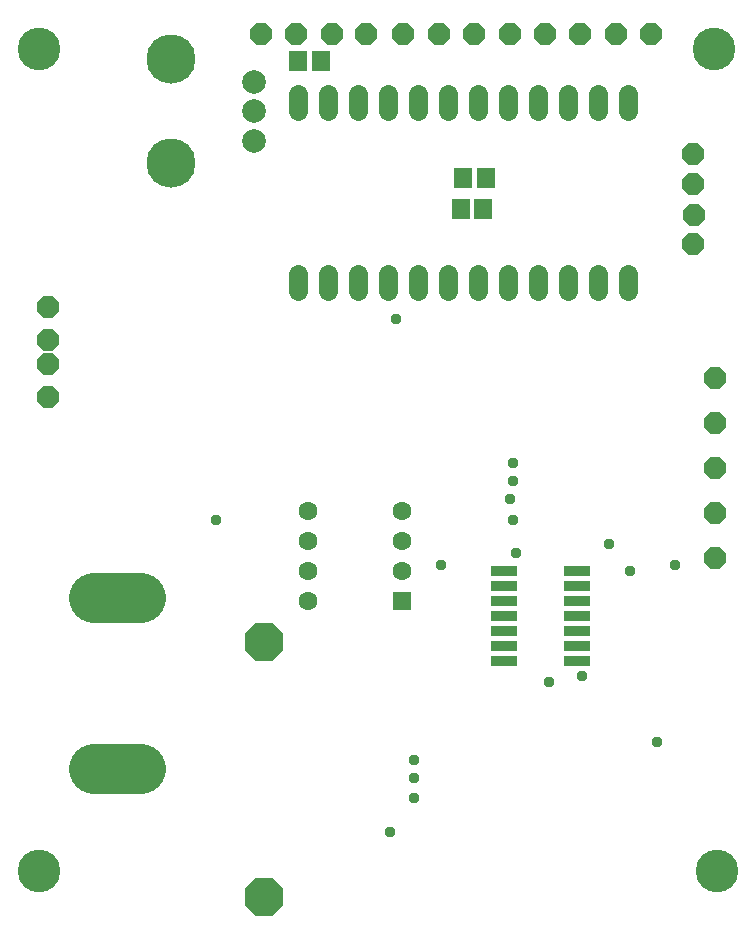
<source format=gbs>
G75*
%MOIN*%
%OFA0B0*%
%FSLAX25Y25*%
%IPPOS*%
%LPD*%
%AMOC8*
5,1,8,0,0,1.08239X$1,22.5*
%
%ADD10C,0.14186*%
%ADD11R,0.06328X0.06328*%
%ADD12C,0.06328*%
%ADD13OC8,0.07400*%
%ADD14R,0.05918X0.06706*%
%ADD15C,0.06469*%
%ADD16C,0.16548*%
%ADD17C,0.07887*%
%ADD18C,0.16391*%
%ADD19R,0.08800X0.03400*%
%ADD20OC8,0.12800*%
%ADD21C,0.03762*%
D10*
X0018800Y0018800D03*
X0244800Y0018800D03*
X0243800Y0292800D03*
X0018800Y0292800D03*
D11*
X0139650Y0108902D03*
D12*
X0139650Y0118902D03*
X0139650Y0128902D03*
X0139650Y0138902D03*
X0108391Y0138902D03*
X0108391Y0128902D03*
X0108391Y0118902D03*
X0108391Y0108902D03*
D13*
X0021800Y0176800D03*
X0021800Y0187800D03*
X0021800Y0195800D03*
X0021800Y0206800D03*
X0092706Y0298013D03*
X0104517Y0298013D03*
X0116328Y0298013D03*
X0127800Y0297800D03*
X0140139Y0298013D03*
X0151950Y0298013D03*
X0163761Y0298013D03*
X0175572Y0298013D03*
X0187383Y0298013D03*
X0199194Y0298013D03*
X0211005Y0298013D03*
X0222816Y0298013D03*
X0236800Y0257800D03*
X0236800Y0247800D03*
X0236879Y0237517D03*
X0236800Y0227800D03*
X0243902Y0183438D03*
X0243902Y0168438D03*
X0243902Y0153438D03*
X0243902Y0138438D03*
X0243902Y0123438D03*
D14*
X0166816Y0239706D03*
X0159335Y0239706D03*
X0160060Y0249800D03*
X0167540Y0249800D03*
X0112572Y0289020D03*
X0105091Y0289020D03*
D15*
X0105044Y0277887D02*
X0105044Y0272217D01*
X0115044Y0272217D02*
X0115044Y0277887D01*
X0125044Y0277887D02*
X0125044Y0272217D01*
X0135044Y0272217D02*
X0135044Y0277887D01*
X0145044Y0277887D02*
X0145044Y0272217D01*
X0155044Y0272217D02*
X0155044Y0277887D01*
X0165044Y0277887D02*
X0165044Y0272217D01*
X0175044Y0272217D02*
X0175044Y0277887D01*
X0185044Y0277887D02*
X0185044Y0272217D01*
X0195044Y0272217D02*
X0195044Y0277887D01*
X0205044Y0277887D02*
X0205044Y0272217D01*
X0215044Y0272217D02*
X0215044Y0277887D01*
X0215044Y0217887D02*
X0215044Y0212217D01*
X0205044Y0212217D02*
X0205044Y0217887D01*
X0195044Y0217887D02*
X0195044Y0212217D01*
X0185044Y0212217D02*
X0185044Y0217887D01*
X0175044Y0217887D02*
X0175044Y0212217D01*
X0165044Y0212217D02*
X0165044Y0217887D01*
X0155044Y0217887D02*
X0155044Y0212217D01*
X0145044Y0212217D02*
X0145044Y0217887D01*
X0135044Y0217887D02*
X0135044Y0212217D01*
X0125044Y0212217D02*
X0125044Y0217887D01*
X0115044Y0217887D02*
X0115044Y0212217D01*
X0105044Y0212217D02*
X0105044Y0217887D01*
D16*
X0052674Y0109800D02*
X0036926Y0109800D01*
X0036926Y0052800D02*
X0052674Y0052800D01*
D17*
X0090335Y0262359D03*
X0090335Y0272202D03*
X0090335Y0282044D03*
D18*
X0062776Y0289524D03*
X0062776Y0254879D03*
D19*
X0173700Y0118800D03*
X0173700Y0113800D03*
X0173700Y0108800D03*
X0173700Y0103800D03*
X0173700Y0098800D03*
X0173700Y0093800D03*
X0173700Y0088800D03*
X0197900Y0088800D03*
X0197900Y0093800D03*
X0197900Y0098800D03*
X0197900Y0103800D03*
X0197900Y0108800D03*
X0197900Y0113800D03*
X0197900Y0118800D03*
D20*
X0093800Y0095241D03*
X0093800Y0010359D03*
D21*
X0135800Y0031800D03*
X0143800Y0043300D03*
X0143800Y0049800D03*
X0143800Y0055800D03*
X0188800Y0081800D03*
X0199800Y0083800D03*
X0224800Y0061800D03*
X0215800Y0118800D03*
X0208800Y0127800D03*
X0230800Y0120800D03*
X0177800Y0124800D03*
X0176800Y0135800D03*
X0175800Y0142800D03*
X0176800Y0148800D03*
X0176800Y0154800D03*
X0152800Y0120800D03*
X0137800Y0202800D03*
X0077800Y0135800D03*
M02*

</source>
